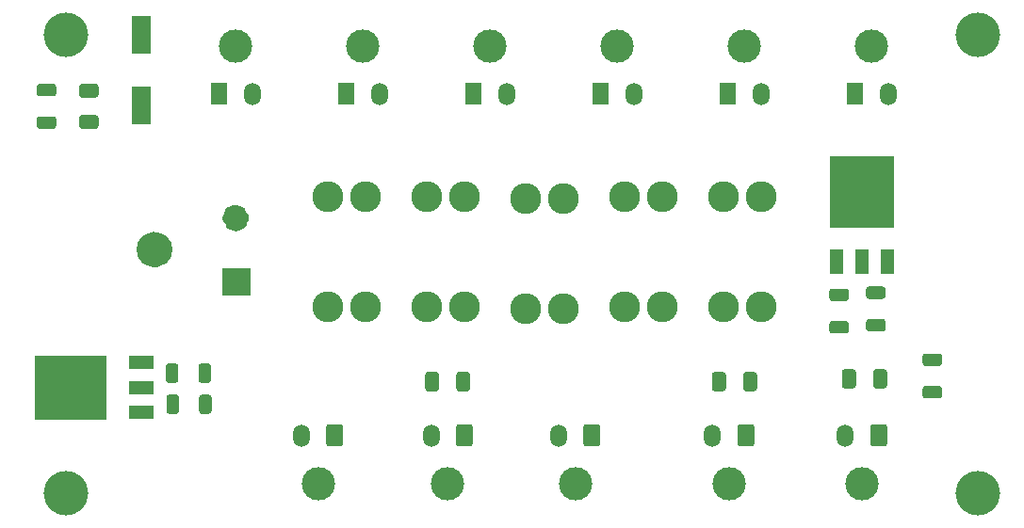
<source format=gbr>
%TF.GenerationSoftware,KiCad,Pcbnew,(5.1.9-0-10_14)*%
%TF.CreationDate,2022-05-15T18:46:11-07:00*%
%TF.ProjectId,PROTO_PCB_2022,50524f54-4f5f-4504-9342-5f323032322e,rev?*%
%TF.SameCoordinates,Original*%
%TF.FileFunction,Soldermask,Top*%
%TF.FilePolarity,Negative*%
%FSLAX46Y46*%
G04 Gerber Fmt 4.6, Leading zero omitted, Abs format (unit mm)*
G04 Created by KiCad (PCBNEW (5.1.9-0-10_14)) date 2022-05-15 18:46:11*
%MOMM*%
%LPD*%
G01*
G04 APERTURE LIST*
%ADD10C,0.010000*%
%ADD11C,1.226200*%
%ADD12C,1.626200*%
%ADD13R,5.800000X6.400000*%
%ADD14R,1.200000X2.200000*%
%ADD15R,6.400000X5.800000*%
%ADD16R,2.200000X1.200000*%
%ADD17O,1.500000X2.020000*%
%ADD18C,3.000000*%
%ADD19C,3.100000*%
%ADD20C,2.780000*%
%ADD21C,4.000000*%
%ADD22R,1.800000X3.400000*%
G04 APERTURE END LIST*
D10*
%TO.C,J1*%
G36*
X62567200Y-125138800D02*
G01*
X62567200Y-127591200D01*
X60114800Y-127591200D01*
X60114800Y-125138800D01*
X62567200Y-125138800D01*
G37*
X62567200Y-125138800D02*
X62567200Y-127591200D01*
X60114800Y-127591200D01*
X60114800Y-125138800D01*
X62567200Y-125138800D01*
D11*
X61954100Y-120665000D02*
G75*
G03*
X61954100Y-120665000I-613100J0D01*
G01*
D12*
X54854100Y-123515000D02*
G75*
G03*
X54854100Y-123515000I-813100J0D01*
G01*
%TD*%
D13*
%TO.C,Q2*%
X117602000Y-118296000D03*
D14*
X119882000Y-124596000D03*
X117602000Y-124596000D03*
X115322000Y-124596000D03*
%TD*%
D15*
%TO.C,Q1*%
X46541000Y-135890000D03*
D16*
X52841000Y-133610000D03*
X52841000Y-135890000D03*
X52841000Y-138170000D03*
%TD*%
%TO.C,R1*%
G36*
G01*
X43697999Y-111517000D02*
X44948001Y-111517000D01*
G75*
G02*
X45198000Y-111766999I0J-249999D01*
G01*
X45198000Y-112392001D01*
G75*
G02*
X44948001Y-112642000I-249999J0D01*
G01*
X43697999Y-112642000D01*
G75*
G02*
X43448000Y-112392001I0J249999D01*
G01*
X43448000Y-111766999D01*
G75*
G02*
X43697999Y-111517000I249999J0D01*
G01*
G37*
G36*
G01*
X43697999Y-108592000D02*
X44948001Y-108592000D01*
G75*
G02*
X45198000Y-108841999I0J-249999D01*
G01*
X45198000Y-109467001D01*
G75*
G02*
X44948001Y-109717000I-249999J0D01*
G01*
X43697999Y-109717000D01*
G75*
G02*
X43448000Y-109467001I0J249999D01*
G01*
X43448000Y-108841999D01*
G75*
G02*
X43697999Y-108592000I249999J0D01*
G01*
G37*
%TD*%
%TO.C,L2*%
G36*
G01*
X48758000Y-109842000D02*
X47508000Y-109842000D01*
G75*
G02*
X47258000Y-109592000I0J250000D01*
G01*
X47258000Y-108842000D01*
G75*
G02*
X47508000Y-108592000I250000J0D01*
G01*
X48758000Y-108592000D01*
G75*
G02*
X49008000Y-108842000I0J-250000D01*
G01*
X49008000Y-109592000D01*
G75*
G02*
X48758000Y-109842000I-250000J0D01*
G01*
G37*
G36*
G01*
X48758000Y-112642000D02*
X47508000Y-112642000D01*
G75*
G02*
X47258000Y-112392000I0J250000D01*
G01*
X47258000Y-111642000D01*
G75*
G02*
X47508000Y-111392000I250000J0D01*
G01*
X48758000Y-111392000D01*
G75*
G02*
X49008000Y-111642000I0J-250000D01*
G01*
X49008000Y-112392000D01*
G75*
G02*
X48758000Y-112642000I-250000J0D01*
G01*
G37*
%TD*%
D17*
%TO.C,J10*%
X74271000Y-109476000D03*
G36*
G01*
X70521000Y-110236000D02*
X70521000Y-108716000D01*
G75*
G02*
X70771000Y-108466000I250000J0D01*
G01*
X71771000Y-108466000D01*
G75*
G02*
X72021000Y-108716000I0J-250000D01*
G01*
X72021000Y-110236000D01*
G75*
G02*
X71771000Y-110486000I-250000J0D01*
G01*
X70771000Y-110486000D01*
G75*
G02*
X70521000Y-110236000I0J250000D01*
G01*
G37*
D18*
X72771000Y-105156000D03*
%TD*%
D19*
%TO.C,J1*%
X54041000Y-123515000D03*
%TD*%
D20*
%TO.C,F5*%
X78515000Y-128665000D03*
X81915000Y-128665000D03*
X78515000Y-118745000D03*
X81915000Y-118745000D03*
%TD*%
%TO.C,R6*%
G36*
G01*
X124577001Y-133974000D02*
X123326999Y-133974000D01*
G75*
G02*
X123077000Y-133724001I0J249999D01*
G01*
X123077000Y-133098999D01*
G75*
G02*
X123326999Y-132849000I249999J0D01*
G01*
X124577001Y-132849000D01*
G75*
G02*
X124827000Y-133098999I0J-249999D01*
G01*
X124827000Y-133724001D01*
G75*
G02*
X124577001Y-133974000I-249999J0D01*
G01*
G37*
G36*
G01*
X124577001Y-136899000D02*
X123326999Y-136899000D01*
G75*
G02*
X123077000Y-136649001I0J249999D01*
G01*
X123077000Y-136023999D01*
G75*
G02*
X123326999Y-135774000I249999J0D01*
G01*
X124577001Y-135774000D01*
G75*
G02*
X124827000Y-136023999I0J-249999D01*
G01*
X124827000Y-136649001D01*
G75*
G02*
X124577001Y-136899000I-249999J0D01*
G01*
G37*
%TD*%
%TO.C,L4*%
G36*
G01*
X118631000Y-135753000D02*
X118631000Y-134503000D01*
G75*
G02*
X118881000Y-134253000I250000J0D01*
G01*
X119631000Y-134253000D01*
G75*
G02*
X119881000Y-134503000I0J-250000D01*
G01*
X119881000Y-135753000D01*
G75*
G02*
X119631000Y-136003000I-250000J0D01*
G01*
X118881000Y-136003000D01*
G75*
G02*
X118631000Y-135753000I0J250000D01*
G01*
G37*
G36*
G01*
X115831000Y-135753000D02*
X115831000Y-134503000D01*
G75*
G02*
X116081000Y-134253000I250000J0D01*
G01*
X116831000Y-134253000D01*
G75*
G02*
X117081000Y-134503000I0J-250000D01*
G01*
X117081000Y-135753000D01*
G75*
G02*
X116831000Y-136003000I-250000J0D01*
G01*
X116081000Y-136003000D01*
G75*
G02*
X115831000Y-135753000I0J250000D01*
G01*
G37*
%TD*%
%TO.C,F3*%
X96295000Y-128665000D03*
X99695000Y-128665000D03*
X96295000Y-118745000D03*
X99695000Y-118745000D03*
%TD*%
D17*
%TO.C,J12*%
X119991000Y-109476000D03*
G36*
G01*
X116241000Y-110236000D02*
X116241000Y-108716000D01*
G75*
G02*
X116491000Y-108466000I250000J0D01*
G01*
X117491000Y-108466000D01*
G75*
G02*
X117741000Y-108716000I0J-250000D01*
G01*
X117741000Y-110236000D01*
G75*
G02*
X117491000Y-110486000I-250000J0D01*
G01*
X116491000Y-110486000D01*
G75*
G02*
X116241000Y-110236000I0J250000D01*
G01*
G37*
D18*
X118491000Y-105156000D03*
%TD*%
D17*
%TO.C,J11*%
X116126000Y-140208000D03*
G36*
G01*
X119876000Y-139448000D02*
X119876000Y-140968000D01*
G75*
G02*
X119626000Y-141218000I-250000J0D01*
G01*
X118626000Y-141218000D01*
G75*
G02*
X118376000Y-140968000I0J250000D01*
G01*
X118376000Y-139448000D01*
G75*
G02*
X118626000Y-139198000I250000J0D01*
G01*
X119626000Y-139198000D01*
G75*
G02*
X119876000Y-139448000I0J-250000D01*
G01*
G37*
D18*
X117626000Y-144528000D03*
%TD*%
D17*
%TO.C,J8*%
X97131000Y-109476000D03*
G36*
G01*
X93381000Y-110236000D02*
X93381000Y-108716000D01*
G75*
G02*
X93631000Y-108466000I250000J0D01*
G01*
X94631000Y-108466000D01*
G75*
G02*
X94881000Y-108716000I0J-250000D01*
G01*
X94881000Y-110236000D01*
G75*
G02*
X94631000Y-110486000I-250000J0D01*
G01*
X93631000Y-110486000D01*
G75*
G02*
X93381000Y-110236000I0J250000D01*
G01*
G37*
D18*
X95631000Y-105156000D03*
%TD*%
D17*
%TO.C,J9*%
X108561000Y-109476000D03*
G36*
G01*
X104811000Y-110236000D02*
X104811000Y-108716000D01*
G75*
G02*
X105061000Y-108466000I250000J0D01*
G01*
X106061000Y-108466000D01*
G75*
G02*
X106311000Y-108716000I0J-250000D01*
G01*
X106311000Y-110236000D01*
G75*
G02*
X106061000Y-110486000I-250000J0D01*
G01*
X105061000Y-110486000D01*
G75*
G02*
X104811000Y-110236000I0J250000D01*
G01*
G37*
D18*
X107061000Y-105156000D03*
%TD*%
D17*
%TO.C,J6*%
X85701000Y-109476000D03*
G36*
G01*
X81951000Y-110236000D02*
X81951000Y-108716000D01*
G75*
G02*
X82201000Y-108466000I250000J0D01*
G01*
X83201000Y-108466000D01*
G75*
G02*
X83451000Y-108716000I0J-250000D01*
G01*
X83451000Y-110236000D01*
G75*
G02*
X83201000Y-110486000I-250000J0D01*
G01*
X82201000Y-110486000D01*
G75*
G02*
X81951000Y-110236000I0J250000D01*
G01*
G37*
D18*
X84201000Y-105156000D03*
%TD*%
D17*
%TO.C,J7*%
X104188000Y-140208000D03*
G36*
G01*
X107938000Y-139448000D02*
X107938000Y-140968000D01*
G75*
G02*
X107688000Y-141218000I-250000J0D01*
G01*
X106688000Y-141218000D01*
G75*
G02*
X106438000Y-140968000I0J250000D01*
G01*
X106438000Y-139448000D01*
G75*
G02*
X106688000Y-139198000I250000J0D01*
G01*
X107688000Y-139198000D01*
G75*
G02*
X107938000Y-139448000I0J-250000D01*
G01*
G37*
D18*
X105688000Y-144528000D03*
%TD*%
D17*
%TO.C,J5*%
X62841000Y-109476000D03*
G36*
G01*
X59091000Y-110236000D02*
X59091000Y-108716000D01*
G75*
G02*
X59341000Y-108466000I250000J0D01*
G01*
X60341000Y-108466000D01*
G75*
G02*
X60591000Y-108716000I0J-250000D01*
G01*
X60591000Y-110236000D01*
G75*
G02*
X60341000Y-110486000I-250000J0D01*
G01*
X59341000Y-110486000D01*
G75*
G02*
X59091000Y-110236000I0J250000D01*
G01*
G37*
D18*
X61341000Y-105156000D03*
%TD*%
D17*
%TO.C,J4*%
X67231000Y-140208000D03*
G36*
G01*
X70981000Y-139448000D02*
X70981000Y-140968000D01*
G75*
G02*
X70731000Y-141218000I-250000J0D01*
G01*
X69731000Y-141218000D01*
G75*
G02*
X69481000Y-140968000I0J250000D01*
G01*
X69481000Y-139448000D01*
G75*
G02*
X69731000Y-139198000I250000J0D01*
G01*
X70731000Y-139198000D01*
G75*
G02*
X70981000Y-139448000I0J-250000D01*
G01*
G37*
D18*
X68731000Y-144528000D03*
%TD*%
D17*
%TO.C,J3*%
X78891000Y-140208000D03*
G36*
G01*
X82641000Y-139448000D02*
X82641000Y-140968000D01*
G75*
G02*
X82391000Y-141218000I-250000J0D01*
G01*
X81391000Y-141218000D01*
G75*
G02*
X81141000Y-140968000I0J250000D01*
G01*
X81141000Y-139448000D01*
G75*
G02*
X81391000Y-139198000I250000J0D01*
G01*
X82391000Y-139198000D01*
G75*
G02*
X82641000Y-139448000I0J-250000D01*
G01*
G37*
D18*
X80391000Y-144528000D03*
%TD*%
D17*
%TO.C,J2*%
X90345000Y-140208000D03*
G36*
G01*
X94095000Y-139448000D02*
X94095000Y-140968000D01*
G75*
G02*
X93845000Y-141218000I-250000J0D01*
G01*
X92845000Y-141218000D01*
G75*
G02*
X92595000Y-140968000I0J250000D01*
G01*
X92595000Y-139448000D01*
G75*
G02*
X92845000Y-139198000I250000J0D01*
G01*
X93845000Y-139198000D01*
G75*
G02*
X94095000Y-139448000I0J-250000D01*
G01*
G37*
D18*
X91845000Y-144528000D03*
%TD*%
D21*
%TO.C,H4*%
X128016000Y-145415000D03*
%TD*%
%TO.C,H3*%
X128016000Y-104140000D03*
%TD*%
%TO.C,H2*%
X46101000Y-145415000D03*
%TD*%
%TO.C,H1*%
X46101000Y-104140000D03*
%TD*%
D20*
%TO.C,F4*%
X105185000Y-128665000D03*
X108585000Y-128665000D03*
X105185000Y-118745000D03*
X108585000Y-118745000D03*
%TD*%
%TO.C,F2*%
X87405000Y-128792000D03*
X90805000Y-128792000D03*
X87405000Y-118872000D03*
X90805000Y-118872000D03*
%TD*%
%TO.C,F1*%
X69625000Y-128665000D03*
X73025000Y-128665000D03*
X69625000Y-118745000D03*
X73025000Y-118745000D03*
%TD*%
%TO.C,L3*%
G36*
G01*
X105397000Y-134757000D02*
X105397000Y-136007000D01*
G75*
G02*
X105147000Y-136257000I-250000J0D01*
G01*
X104397000Y-136257000D01*
G75*
G02*
X104147000Y-136007000I0J250000D01*
G01*
X104147000Y-134757000D01*
G75*
G02*
X104397000Y-134507000I250000J0D01*
G01*
X105147000Y-134507000D01*
G75*
G02*
X105397000Y-134757000I0J-250000D01*
G01*
G37*
G36*
G01*
X108197000Y-134757000D02*
X108197000Y-136007000D01*
G75*
G02*
X107947000Y-136257000I-250000J0D01*
G01*
X107197000Y-136257000D01*
G75*
G02*
X106947000Y-136007000I0J250000D01*
G01*
X106947000Y-134757000D01*
G75*
G02*
X107197000Y-134507000I250000J0D01*
G01*
X107947000Y-134507000D01*
G75*
G02*
X108197000Y-134757000I0J-250000D01*
G01*
G37*
%TD*%
%TO.C,L1*%
G36*
G01*
X81163000Y-136007000D02*
X81163000Y-134757000D01*
G75*
G02*
X81413000Y-134507000I250000J0D01*
G01*
X82163000Y-134507000D01*
G75*
G02*
X82413000Y-134757000I0J-250000D01*
G01*
X82413000Y-136007000D01*
G75*
G02*
X82163000Y-136257000I-250000J0D01*
G01*
X81413000Y-136257000D01*
G75*
G02*
X81163000Y-136007000I0J250000D01*
G01*
G37*
G36*
G01*
X78363000Y-136007000D02*
X78363000Y-134757000D01*
G75*
G02*
X78613000Y-134507000I250000J0D01*
G01*
X79363000Y-134507000D01*
G75*
G02*
X79613000Y-134757000I0J-250000D01*
G01*
X79613000Y-136007000D01*
G75*
G02*
X79363000Y-136257000I-250000J0D01*
G01*
X78613000Y-136257000D01*
G75*
G02*
X78363000Y-136007000I0J250000D01*
G01*
G37*
%TD*%
%TO.C,R5*%
G36*
G01*
X118246999Y-129743500D02*
X119497001Y-129743500D01*
G75*
G02*
X119747000Y-129993499I0J-249999D01*
G01*
X119747000Y-130618501D01*
G75*
G02*
X119497001Y-130868500I-249999J0D01*
G01*
X118246999Y-130868500D01*
G75*
G02*
X117997000Y-130618501I0J249999D01*
G01*
X117997000Y-129993499D01*
G75*
G02*
X118246999Y-129743500I249999J0D01*
G01*
G37*
G36*
G01*
X118246999Y-126818500D02*
X119497001Y-126818500D01*
G75*
G02*
X119747000Y-127068499I0J-249999D01*
G01*
X119747000Y-127693501D01*
G75*
G02*
X119497001Y-127943500I-249999J0D01*
G01*
X118246999Y-127943500D01*
G75*
G02*
X117997000Y-127693501I0J249999D01*
G01*
X117997000Y-127068499D01*
G75*
G02*
X118246999Y-126818500I249999J0D01*
G01*
G37*
%TD*%
%TO.C,R4*%
G36*
G01*
X116195001Y-128132000D02*
X114944999Y-128132000D01*
G75*
G02*
X114695000Y-127882001I0J249999D01*
G01*
X114695000Y-127256999D01*
G75*
G02*
X114944999Y-127007000I249999J0D01*
G01*
X116195001Y-127007000D01*
G75*
G02*
X116445000Y-127256999I0J-249999D01*
G01*
X116445000Y-127882001D01*
G75*
G02*
X116195001Y-128132000I-249999J0D01*
G01*
G37*
G36*
G01*
X116195001Y-131057000D02*
X114944999Y-131057000D01*
G75*
G02*
X114695000Y-130807001I0J249999D01*
G01*
X114695000Y-130181999D01*
G75*
G02*
X114944999Y-129932000I249999J0D01*
G01*
X116195001Y-129932000D01*
G75*
G02*
X116445000Y-130181999I0J-249999D01*
G01*
X116445000Y-130807001D01*
G75*
G02*
X116195001Y-131057000I-249999J0D01*
G01*
G37*
%TD*%
%TO.C,R3*%
G36*
G01*
X57988500Y-135245001D02*
X57988500Y-133994999D01*
G75*
G02*
X58238499Y-133745000I249999J0D01*
G01*
X58863501Y-133745000D01*
G75*
G02*
X59113500Y-133994999I0J-249999D01*
G01*
X59113500Y-135245001D01*
G75*
G02*
X58863501Y-135495000I-249999J0D01*
G01*
X58238499Y-135495000D01*
G75*
G02*
X57988500Y-135245001I0J249999D01*
G01*
G37*
G36*
G01*
X55063500Y-135245001D02*
X55063500Y-133994999D01*
G75*
G02*
X55313499Y-133745000I249999J0D01*
G01*
X55938501Y-133745000D01*
G75*
G02*
X56188500Y-133994999I0J-249999D01*
G01*
X56188500Y-135245001D01*
G75*
G02*
X55938501Y-135495000I-249999J0D01*
G01*
X55313499Y-135495000D01*
G75*
G02*
X55063500Y-135245001I0J249999D01*
G01*
G37*
%TD*%
%TO.C,R2*%
G36*
G01*
X56250000Y-136788999D02*
X56250000Y-138039001D01*
G75*
G02*
X56000001Y-138289000I-249999J0D01*
G01*
X55374999Y-138289000D01*
G75*
G02*
X55125000Y-138039001I0J249999D01*
G01*
X55125000Y-136788999D01*
G75*
G02*
X55374999Y-136539000I249999J0D01*
G01*
X56000001Y-136539000D01*
G75*
G02*
X56250000Y-136788999I0J-249999D01*
G01*
G37*
G36*
G01*
X59175000Y-136788999D02*
X59175000Y-138039001D01*
G75*
G02*
X58925001Y-138289000I-249999J0D01*
G01*
X58299999Y-138289000D01*
G75*
G02*
X58050000Y-138039001I0J249999D01*
G01*
X58050000Y-136788999D01*
G75*
G02*
X58299999Y-136539000I249999J0D01*
G01*
X58925001Y-136539000D01*
G75*
G02*
X59175000Y-136788999I0J-249999D01*
G01*
G37*
%TD*%
D22*
%TO.C,TP2*%
X52832000Y-104140000D03*
%TD*%
%TO.C,TP1*%
X52832000Y-110490000D03*
%TD*%
M02*

</source>
